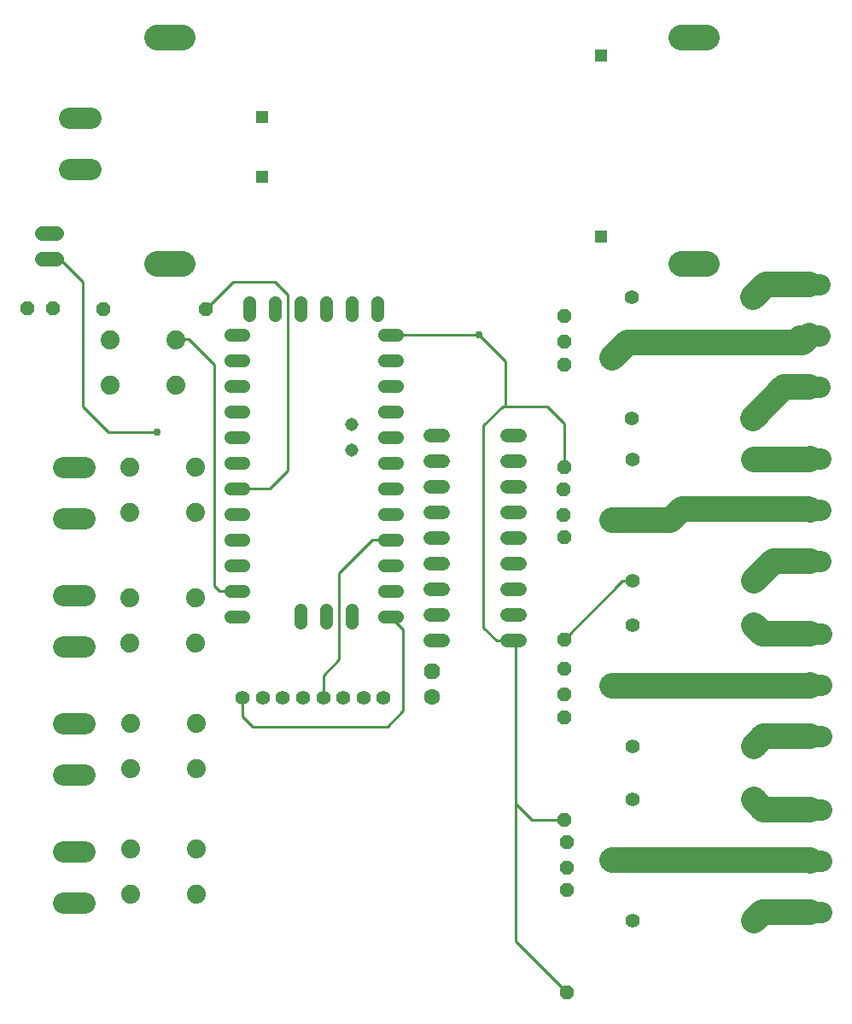
<source format=gbr>
G04 EAGLE Gerber RS-274X export*
G75*
%MOMM*%
%FSLAX34Y34*%
%LPD*%
%INTop Copper*%
%IPPOS*%
%AMOC8*
5,1,8,0,0,1.08239X$1,22.5*%
G01*
%ADD10P,1.732040X8X112.500000*%
%ADD11C,1.600200*%
%ADD12C,2.540000*%
%ADD13P,1.429621X8X112.500000*%
%ADD14P,1.429621X8X292.500000*%
%ADD15C,1.879600*%
%ADD16C,1.422400*%
%ADD17C,1.308000*%
%ADD18C,1.308000*%
%ADD19R,1.308000X1.308000*%
%ADD20C,1.320800*%
%ADD21P,1.429621X8X202.500000*%
%ADD22P,1.429621X8X22.500000*%
%ADD23C,2.095500*%
%ADD24C,1.422400*%
%ADD25C,1.408000*%
%ADD26C,0.254000*%
%ADD27C,0.756400*%


D10*
X419100Y343535D03*
D11*
X419100Y318135D03*
D12*
X172085Y972312D02*
X146685Y972312D01*
X146685Y747268D02*
X172085Y747268D01*
X666115Y972312D02*
X691515Y972312D01*
X691515Y747268D02*
X666115Y747268D01*
D13*
X549910Y670560D03*
X549910Y695960D03*
X549275Y499110D03*
X549275Y524510D03*
D14*
X550545Y647700D03*
X550545Y546100D03*
X549910Y476885D03*
X549910Y375285D03*
D15*
X184277Y501269D03*
X119253Y501269D03*
X184277Y546481D03*
X119253Y546481D03*
D16*
X370990Y317500D03*
X350990Y317500D03*
X330990Y317500D03*
X310990Y317500D03*
X290990Y317500D03*
X270990Y317500D03*
X250990Y317500D03*
X230990Y317500D03*
D17*
X238125Y696405D02*
X238125Y709485D01*
X263525Y709485D02*
X263525Y696405D01*
X288925Y696405D02*
X288925Y709485D01*
X314325Y709485D02*
X314325Y696405D01*
X339725Y696405D02*
X339725Y709485D01*
X365125Y709485D02*
X365125Y696405D01*
X231965Y677545D02*
X218885Y677545D01*
X218885Y652145D02*
X231965Y652145D01*
X231965Y626745D02*
X218885Y626745D01*
X218885Y601345D02*
X231965Y601345D01*
X231965Y575945D02*
X218885Y575945D01*
X218885Y550545D02*
X231965Y550545D01*
X231965Y525145D02*
X218885Y525145D01*
X218885Y499745D02*
X231965Y499745D01*
X231965Y474345D02*
X218885Y474345D01*
X218885Y448945D02*
X231965Y448945D01*
X231965Y423545D02*
X218885Y423545D01*
X218885Y398145D02*
X231965Y398145D01*
X371285Y677545D02*
X384365Y677545D01*
X384365Y652145D02*
X371285Y652145D01*
X371285Y626745D02*
X384365Y626745D01*
X384365Y601345D02*
X371285Y601345D01*
X371285Y575945D02*
X384365Y575945D01*
X384365Y550545D02*
X371285Y550545D01*
X371285Y525145D02*
X384365Y525145D01*
X384365Y499745D02*
X371285Y499745D01*
X371285Y474345D02*
X384365Y474345D01*
X384365Y448945D02*
X371285Y448945D01*
X371285Y423545D02*
X384365Y423545D01*
X384365Y398145D02*
X371285Y398145D01*
X339725Y404685D02*
X339725Y391605D01*
X314325Y391605D02*
X314325Y404685D01*
X288925Y404685D02*
X288925Y391605D01*
D18*
X339725Y588645D03*
X339725Y563245D03*
D19*
X250600Y834300D03*
X250600Y893300D03*
X586600Y954300D03*
X586600Y774300D03*
D20*
X430149Y577215D02*
X416941Y577215D01*
X416941Y551815D02*
X430149Y551815D01*
X430149Y424815D02*
X416941Y424815D01*
X416941Y399415D02*
X430149Y399415D01*
X430149Y526415D02*
X416941Y526415D01*
X416941Y501015D02*
X430149Y501015D01*
X430149Y450215D02*
X416941Y450215D01*
X416941Y475615D02*
X430149Y475615D01*
X430149Y374015D02*
X416941Y374015D01*
X493141Y374015D02*
X506349Y374015D01*
X506349Y399415D02*
X493141Y399415D01*
X493141Y424815D02*
X506349Y424815D01*
X506349Y450215D02*
X493141Y450215D01*
X493141Y475615D02*
X506349Y475615D01*
X506349Y501015D02*
X493141Y501015D01*
X493141Y526415D02*
X506349Y526415D01*
X506349Y551815D02*
X493141Y551815D01*
X493141Y577215D02*
X506349Y577215D01*
D15*
X184277Y371729D03*
X119253Y371729D03*
X184277Y416941D03*
X119253Y416941D03*
X184912Y247269D03*
X119888Y247269D03*
X184912Y292481D03*
X119888Y292481D03*
X184912Y122809D03*
X119888Y122809D03*
X184912Y168021D03*
X119888Y168021D03*
X164592Y626999D03*
X99568Y626999D03*
X164592Y672211D03*
X99568Y672211D03*
D14*
X549910Y297815D03*
X549910Y196215D03*
X552450Y127000D03*
X552450Y25400D03*
D13*
X549910Y320675D03*
X549910Y346075D03*
X552450Y149225D03*
X552450Y174625D03*
D21*
X194310Y702945D03*
X92710Y702945D03*
D22*
X17780Y703580D03*
X43180Y703580D03*
D23*
X59373Y892810D02*
X80328Y892810D01*
X80328Y842010D02*
X59373Y842010D01*
D24*
X46482Y778510D02*
X32258Y778510D01*
X32258Y753110D02*
X46482Y753110D01*
D25*
X737295Y594755D03*
X617295Y714755D03*
X597295Y654755D03*
X737295Y714755D03*
X617295Y594755D03*
X737930Y433465D03*
X617930Y553465D03*
X597930Y493465D03*
X737930Y553465D03*
X617930Y433465D03*
X737930Y269635D03*
X617930Y389635D03*
X597930Y329635D03*
X737930Y389635D03*
X617930Y269635D03*
X737930Y96915D03*
X617930Y216915D03*
X597930Y156915D03*
X737930Y216915D03*
X617930Y96915D03*
D23*
X782638Y625475D02*
X803593Y625475D01*
X803593Y676275D02*
X782638Y676275D01*
X782638Y727075D02*
X803593Y727075D01*
X804228Y452755D02*
X783273Y452755D01*
X783273Y503555D02*
X804228Y503555D01*
X804228Y554355D02*
X783273Y554355D01*
X783908Y279400D02*
X804863Y279400D01*
X804863Y330200D02*
X783908Y330200D01*
X783908Y381000D02*
X804863Y381000D01*
X804863Y105410D02*
X783908Y105410D01*
X783908Y156210D02*
X804863Y156210D01*
X804863Y207010D02*
X783908Y207010D01*
X73978Y546100D02*
X53023Y546100D01*
X53023Y495300D02*
X73978Y495300D01*
X73978Y419100D02*
X53023Y419100D01*
X53023Y368300D02*
X73978Y368300D01*
X73978Y292100D02*
X53023Y292100D01*
X53023Y241300D02*
X73978Y241300D01*
X73978Y165100D02*
X53023Y165100D01*
X53023Y114300D02*
X73978Y114300D01*
D26*
X208280Y423545D02*
X225425Y423545D01*
X208280Y423545D02*
X203200Y428625D01*
X203200Y647700D02*
X177800Y673100D01*
X165481Y673100D01*
X164592Y672211D01*
X203200Y647700D02*
X203200Y428625D01*
X194310Y702945D02*
X221615Y730250D01*
X263525Y730250D02*
X276225Y717550D01*
X276225Y542925D01*
X258445Y525145D02*
X225425Y525145D01*
X221615Y730250D02*
X263525Y730250D01*
X276225Y542925D02*
X258445Y525145D01*
X501650Y76200D02*
X552450Y25400D01*
X501650Y372110D02*
X499745Y374015D01*
X501650Y212725D02*
X501650Y76200D01*
X501650Y212725D02*
X501650Y372110D01*
X518160Y196215D02*
X549910Y196215D01*
X518160Y196215D02*
X501650Y212725D01*
X499745Y374015D02*
X483235Y374015D01*
X469900Y387350D01*
X469900Y587375D01*
X488950Y606425D01*
X492125Y606425D01*
X533400Y606425D01*
X550545Y589280D02*
X550545Y546100D01*
X550545Y589280D02*
X533400Y606425D01*
X465455Y677545D02*
X377825Y677545D01*
X492125Y650875D02*
X492125Y606425D01*
X492125Y650875D02*
X465455Y677545D01*
D27*
X465455Y677545D03*
D26*
X608090Y433465D02*
X549910Y375285D01*
X608090Y433465D02*
X617930Y433465D01*
X230990Y317500D02*
X230990Y299235D01*
X374650Y288925D02*
X390525Y304800D01*
X390525Y385445D01*
X377825Y398145D01*
X241300Y288925D02*
X230990Y299235D01*
X241300Y288925D02*
X374650Y288925D01*
X377825Y474345D02*
X360045Y474345D01*
X310990Y339565D02*
X310990Y317500D01*
X327025Y441325D02*
X360045Y474345D01*
X327025Y441325D02*
X327025Y355600D01*
X310990Y339565D01*
D27*
X146050Y581025D03*
D26*
X98425Y581025D01*
X73025Y606425D01*
X73025Y730250D01*
X50165Y753110D01*
X39370Y753110D01*
D12*
X597930Y156915D02*
X793680Y156915D01*
X794385Y156210D01*
X793820Y329635D02*
X597930Y329635D01*
X793820Y329635D02*
X794385Y330200D01*
X655390Y493465D02*
X597930Y493465D01*
X655390Y493465D02*
X666750Y504825D01*
X792480Y504825D01*
X793750Y503555D01*
X612465Y669925D02*
X597295Y654755D01*
X786765Y669925D02*
X793115Y676275D01*
X786765Y669925D02*
X612465Y669925D01*
X747695Y279400D02*
X737930Y269635D01*
X747695Y279400D02*
X794385Y279400D01*
X746565Y381000D02*
X737930Y389635D01*
X746565Y381000D02*
X794385Y381000D01*
X746425Y105410D02*
X737930Y96915D01*
X746425Y105410D02*
X794385Y105410D01*
X747835Y207010D02*
X737930Y216915D01*
X747835Y207010D02*
X794385Y207010D01*
X792860Y553465D02*
X737930Y553465D01*
X792860Y553465D02*
X793750Y554355D01*
X757220Y452755D02*
X737930Y433465D01*
X757220Y452755D02*
X793750Y452755D01*
X737295Y714755D02*
X749615Y727075D01*
X793115Y727075D01*
X768015Y625475D02*
X737295Y594755D01*
X768015Y625475D02*
X793115Y625475D01*
M02*

</source>
